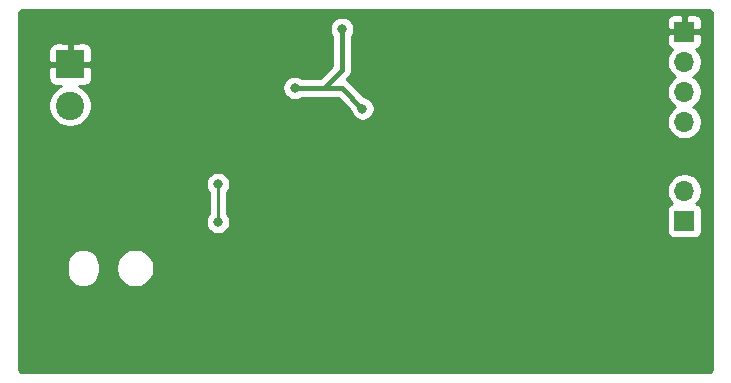
<source format=gbr>
%TF.GenerationSoftware,KiCad,Pcbnew,5.99.0+really5.1.10+dfsg1-1*%
%TF.CreationDate,2022-02-08T15:36:29-05:00*%
%TF.ProjectId,hotwire-lite,686f7477-6972-4652-9d6c-6974652e6b69,rev?*%
%TF.SameCoordinates,Original*%
%TF.FileFunction,Copper,L2,Bot*%
%TF.FilePolarity,Positive*%
%FSLAX46Y46*%
G04 Gerber Fmt 4.6, Leading zero omitted, Abs format (unit mm)*
G04 Created by KiCad (PCBNEW 5.99.0+really5.1.10+dfsg1-1) date 2022-02-08 15:36:29*
%MOMM*%
%LPD*%
G01*
G04 APERTURE LIST*
%TA.AperFunction,ComponentPad*%
%ADD10O,1.700000X1.700000*%
%TD*%
%TA.AperFunction,ComponentPad*%
%ADD11R,1.700000X1.700000*%
%TD*%
%TA.AperFunction,ComponentPad*%
%ADD12R,2.400000X2.400000*%
%TD*%
%TA.AperFunction,ComponentPad*%
%ADD13C,2.400000*%
%TD*%
%TA.AperFunction,ViaPad*%
%ADD14C,0.800000*%
%TD*%
%TA.AperFunction,Conductor*%
%ADD15C,0.400000*%
%TD*%
%TA.AperFunction,Conductor*%
%ADD16C,0.250000*%
%TD*%
%TA.AperFunction,Conductor*%
%ADD17C,0.254000*%
%TD*%
%TA.AperFunction,Conductor*%
%ADD18C,0.100000*%
%TD*%
G04 APERTURE END LIST*
D10*
%TO.P,J3,4*%
%TO.N,/UPDI*%
X122000000Y-68620000D03*
%TO.P,J3,3*%
%TO.N,/rx_button*%
X122000000Y-66080000D03*
%TO.P,J3,2*%
%TO.N,/tx_led*%
X122000000Y-63540000D03*
D11*
%TO.P,J3,1*%
%TO.N,GNDREF*%
X122000000Y-61000000D03*
%TD*%
D10*
%TO.P,J4,2*%
%TO.N,/output_return*%
X122000000Y-74460000D03*
D11*
%TO.P,J4,1*%
%TO.N,/shunt_low*%
X122000000Y-77000000D03*
%TD*%
D12*
%TO.P,J2,1*%
%TO.N,GNDREF*%
X70000000Y-63750000D03*
D13*
%TO.P,J2,2*%
%TO.N,/vin*%
X70000000Y-67250000D03*
%TD*%
D14*
%TO.N,GNDREF*%
X90200000Y-72000000D03*
X95250000Y-72750000D03*
X99750000Y-71000000D03*
X99000000Y-63000000D03*
X112750000Y-88750000D03*
X120750000Y-88750000D03*
X76000000Y-61000000D03*
X81000000Y-63500000D03*
X114500000Y-66000000D03*
X116000000Y-66000000D03*
X114500000Y-67500000D03*
X116000000Y-67500000D03*
X116000000Y-69000000D03*
X77000000Y-83750000D03*
X79500000Y-86500000D03*
X113000000Y-66000000D03*
X113000000Y-67500000D03*
X113000000Y-69000000D03*
X111500000Y-69000000D03*
X110000000Y-69000000D03*
X110000000Y-67500000D03*
X110000000Y-66000000D03*
X111500000Y-66000000D03*
X111500000Y-67500000D03*
X94250000Y-68750000D03*
X90500000Y-69750000D03*
X92750000Y-69750000D03*
X90250000Y-74000000D03*
X95250000Y-74250000D03*
X96750000Y-74250000D03*
X96750000Y-72750000D03*
X89250000Y-70500000D03*
X88750000Y-74250000D03*
X99750000Y-74250000D03*
X98250000Y-67750000D03*
X98250000Y-72750000D03*
X98250000Y-74250000D03*
X99750000Y-72750000D03*
X98250000Y-69250000D03*
X99750000Y-69250000D03*
X114500000Y-69000000D03*
X74750000Y-70750000D03*
X86200000Y-70600000D03*
X87800000Y-69200000D03*
X86000000Y-68600000D03*
X87600000Y-67600000D03*
%TO.N,/vcc*%
X93000000Y-60750000D03*
X89000000Y-65750000D03*
X94750000Y-67500000D03*
%TO.N,/shunt_low*%
X82500000Y-77100000D03*
X82500000Y-73900000D03*
%TD*%
D15*
%TO.N,/vcc*%
X89750000Y-65750000D02*
X91500000Y-65750000D01*
X93000000Y-64250000D02*
X93000000Y-60750000D01*
X91500000Y-65750000D02*
X93000000Y-64250000D01*
X93000000Y-65750000D02*
X94750000Y-67500000D01*
X91500000Y-65750000D02*
X93000000Y-65750000D01*
X89000000Y-65750000D02*
X89750000Y-65750000D01*
D16*
%TO.N,/shunt_low*%
X82500000Y-77100000D02*
X82500000Y-73900000D01*
%TD*%
D17*
%TO.N,GNDREF*%
X124065424Y-59169580D02*
X124128356Y-59188580D01*
X124186405Y-59219445D01*
X124237343Y-59260989D01*
X124279248Y-59311644D01*
X124310515Y-59369471D01*
X124329956Y-59432272D01*
X124340000Y-59527835D01*
X124340001Y-89467711D01*
X124330420Y-89565424D01*
X124311420Y-89628357D01*
X124280554Y-89686406D01*
X124239011Y-89737343D01*
X124188356Y-89779248D01*
X124130529Y-89810515D01*
X124067728Y-89829956D01*
X123972165Y-89840000D01*
X66032279Y-89840000D01*
X65934576Y-89830420D01*
X65871643Y-89811420D01*
X65813594Y-89780554D01*
X65762657Y-89739011D01*
X65720752Y-89688356D01*
X65689485Y-89630529D01*
X65670044Y-89567728D01*
X65660000Y-89472165D01*
X65660000Y-80681964D01*
X69715000Y-80681964D01*
X69715000Y-81318037D01*
X69735040Y-81521507D01*
X69814236Y-81782581D01*
X69942843Y-82023188D01*
X70115920Y-82234081D01*
X70326813Y-82407157D01*
X70567420Y-82535764D01*
X70828494Y-82614960D01*
X71100000Y-82641701D01*
X71371507Y-82614960D01*
X71632581Y-82535764D01*
X71873188Y-82407157D01*
X72084081Y-82234081D01*
X72257157Y-82023188D01*
X72385764Y-81782580D01*
X72464960Y-81521506D01*
X72485000Y-81318036D01*
X72485000Y-80838967D01*
X73865000Y-80838967D01*
X73865000Y-81161033D01*
X73927832Y-81476912D01*
X74051082Y-81774463D01*
X74230013Y-82042252D01*
X74457748Y-82269987D01*
X74725537Y-82448918D01*
X75023088Y-82572168D01*
X75338967Y-82635000D01*
X75661033Y-82635000D01*
X75976912Y-82572168D01*
X76274463Y-82448918D01*
X76542252Y-82269987D01*
X76769987Y-82042252D01*
X76948918Y-81774463D01*
X77072168Y-81476912D01*
X77135000Y-81161033D01*
X77135000Y-80838967D01*
X77072168Y-80523088D01*
X76948918Y-80225537D01*
X76769987Y-79957748D01*
X76542252Y-79730013D01*
X76274463Y-79551082D01*
X75976912Y-79427832D01*
X75661033Y-79365000D01*
X75338967Y-79365000D01*
X75023088Y-79427832D01*
X74725537Y-79551082D01*
X74457748Y-79730013D01*
X74230013Y-79957748D01*
X74051082Y-80225537D01*
X73927832Y-80523088D01*
X73865000Y-80838967D01*
X72485000Y-80838967D01*
X72485000Y-80681963D01*
X72464960Y-80478493D01*
X72385764Y-80217419D01*
X72257157Y-79976812D01*
X72084080Y-79765919D01*
X71873187Y-79592843D01*
X71632580Y-79464236D01*
X71371506Y-79385040D01*
X71100000Y-79358299D01*
X70828493Y-79385040D01*
X70567419Y-79464236D01*
X70326812Y-79592843D01*
X70115919Y-79765920D01*
X69942843Y-79976813D01*
X69814236Y-80217420D01*
X69735040Y-80478494D01*
X69715000Y-80681964D01*
X65660000Y-80681964D01*
X65660000Y-73798061D01*
X81465000Y-73798061D01*
X81465000Y-74001939D01*
X81504774Y-74201898D01*
X81582795Y-74390256D01*
X81696063Y-74559774D01*
X81740001Y-74603712D01*
X81740000Y-76396289D01*
X81696063Y-76440226D01*
X81582795Y-76609744D01*
X81504774Y-76798102D01*
X81465000Y-76998061D01*
X81465000Y-77201939D01*
X81504774Y-77401898D01*
X81582795Y-77590256D01*
X81696063Y-77759774D01*
X81840226Y-77903937D01*
X82009744Y-78017205D01*
X82198102Y-78095226D01*
X82398061Y-78135000D01*
X82601939Y-78135000D01*
X82801898Y-78095226D01*
X82990256Y-78017205D01*
X83159774Y-77903937D01*
X83303937Y-77759774D01*
X83417205Y-77590256D01*
X83495226Y-77401898D01*
X83535000Y-77201939D01*
X83535000Y-76998061D01*
X83495226Y-76798102D01*
X83417205Y-76609744D01*
X83303937Y-76440226D01*
X83260000Y-76396289D01*
X83260000Y-76150000D01*
X120511928Y-76150000D01*
X120511928Y-77850000D01*
X120524188Y-77974482D01*
X120560498Y-78094180D01*
X120619463Y-78204494D01*
X120698815Y-78301185D01*
X120795506Y-78380537D01*
X120905820Y-78439502D01*
X121025518Y-78475812D01*
X121150000Y-78488072D01*
X122850000Y-78488072D01*
X122974482Y-78475812D01*
X123094180Y-78439502D01*
X123204494Y-78380537D01*
X123301185Y-78301185D01*
X123380537Y-78204494D01*
X123439502Y-78094180D01*
X123475812Y-77974482D01*
X123488072Y-77850000D01*
X123488072Y-76150000D01*
X123475812Y-76025518D01*
X123439502Y-75905820D01*
X123380537Y-75795506D01*
X123301185Y-75698815D01*
X123204494Y-75619463D01*
X123094180Y-75560498D01*
X123021620Y-75538487D01*
X123153475Y-75406632D01*
X123315990Y-75163411D01*
X123427932Y-74893158D01*
X123485000Y-74606260D01*
X123485000Y-74313740D01*
X123427932Y-74026842D01*
X123315990Y-73756589D01*
X123153475Y-73513368D01*
X122946632Y-73306525D01*
X122703411Y-73144010D01*
X122433158Y-73032068D01*
X122146260Y-72975000D01*
X121853740Y-72975000D01*
X121566842Y-73032068D01*
X121296589Y-73144010D01*
X121053368Y-73306525D01*
X120846525Y-73513368D01*
X120684010Y-73756589D01*
X120572068Y-74026842D01*
X120515000Y-74313740D01*
X120515000Y-74606260D01*
X120572068Y-74893158D01*
X120684010Y-75163411D01*
X120846525Y-75406632D01*
X120978380Y-75538487D01*
X120905820Y-75560498D01*
X120795506Y-75619463D01*
X120698815Y-75698815D01*
X120619463Y-75795506D01*
X120560498Y-75905820D01*
X120524188Y-76025518D01*
X120511928Y-76150000D01*
X83260000Y-76150000D01*
X83260000Y-74603711D01*
X83303937Y-74559774D01*
X83417205Y-74390256D01*
X83495226Y-74201898D01*
X83535000Y-74001939D01*
X83535000Y-73798061D01*
X83495226Y-73598102D01*
X83417205Y-73409744D01*
X83303937Y-73240226D01*
X83159774Y-73096063D01*
X82990256Y-72982795D01*
X82801898Y-72904774D01*
X82601939Y-72865000D01*
X82398061Y-72865000D01*
X82198102Y-72904774D01*
X82009744Y-72982795D01*
X81840226Y-73096063D01*
X81696063Y-73240226D01*
X81582795Y-73409744D01*
X81504774Y-73598102D01*
X81465000Y-73798061D01*
X65660000Y-73798061D01*
X65660000Y-64950000D01*
X68161928Y-64950000D01*
X68174188Y-65074482D01*
X68210498Y-65194180D01*
X68269463Y-65304494D01*
X68348815Y-65401185D01*
X68445506Y-65480537D01*
X68555820Y-65539502D01*
X68675518Y-65575812D01*
X68800000Y-65588072D01*
X69220574Y-65586659D01*
X69130801Y-65623844D01*
X68830256Y-65824662D01*
X68574662Y-66080256D01*
X68373844Y-66380801D01*
X68235518Y-66714750D01*
X68165000Y-67069268D01*
X68165000Y-67430732D01*
X68235518Y-67785250D01*
X68373844Y-68119199D01*
X68574662Y-68419744D01*
X68830256Y-68675338D01*
X69130801Y-68876156D01*
X69464750Y-69014482D01*
X69819268Y-69085000D01*
X70180732Y-69085000D01*
X70535250Y-69014482D01*
X70869199Y-68876156D01*
X71169744Y-68675338D01*
X71425338Y-68419744D01*
X71626156Y-68119199D01*
X71764482Y-67785250D01*
X71835000Y-67430732D01*
X71835000Y-67069268D01*
X71764482Y-66714750D01*
X71626156Y-66380801D01*
X71425338Y-66080256D01*
X71169744Y-65824662D01*
X70905443Y-65648061D01*
X87965000Y-65648061D01*
X87965000Y-65851939D01*
X88004774Y-66051898D01*
X88082795Y-66240256D01*
X88196063Y-66409774D01*
X88340226Y-66553937D01*
X88509744Y-66667205D01*
X88698102Y-66745226D01*
X88898061Y-66785000D01*
X89101939Y-66785000D01*
X89301898Y-66745226D01*
X89490256Y-66667205D01*
X89613285Y-66585000D01*
X91458982Y-66585000D01*
X91500000Y-66589040D01*
X91541018Y-66585000D01*
X92654133Y-66585000D01*
X93725908Y-67656776D01*
X93754774Y-67801898D01*
X93832795Y-67990256D01*
X93946063Y-68159774D01*
X94090226Y-68303937D01*
X94259744Y-68417205D01*
X94448102Y-68495226D01*
X94648061Y-68535000D01*
X94851939Y-68535000D01*
X95051898Y-68495226D01*
X95240256Y-68417205D01*
X95409774Y-68303937D01*
X95553937Y-68159774D01*
X95667205Y-67990256D01*
X95745226Y-67801898D01*
X95785000Y-67601939D01*
X95785000Y-67398061D01*
X95745226Y-67198102D01*
X95667205Y-67009744D01*
X95553937Y-66840226D01*
X95409774Y-66696063D01*
X95240256Y-66582795D01*
X95051898Y-66504774D01*
X94906776Y-66475908D01*
X93619446Y-65188579D01*
X93593291Y-65156709D01*
X93466146Y-65052364D01*
X93409032Y-65021836D01*
X93561428Y-64869440D01*
X93593291Y-64843291D01*
X93697636Y-64716146D01*
X93775172Y-64571087D01*
X93822918Y-64413689D01*
X93835000Y-64291019D01*
X93835000Y-64291009D01*
X93839039Y-64250001D01*
X93835000Y-64208993D01*
X93835000Y-61850000D01*
X120511928Y-61850000D01*
X120524188Y-61974482D01*
X120560498Y-62094180D01*
X120619463Y-62204494D01*
X120698815Y-62301185D01*
X120795506Y-62380537D01*
X120905820Y-62439502D01*
X120978380Y-62461513D01*
X120846525Y-62593368D01*
X120684010Y-62836589D01*
X120572068Y-63106842D01*
X120515000Y-63393740D01*
X120515000Y-63686260D01*
X120572068Y-63973158D01*
X120684010Y-64243411D01*
X120846525Y-64486632D01*
X121053368Y-64693475D01*
X121227760Y-64810000D01*
X121053368Y-64926525D01*
X120846525Y-65133368D01*
X120684010Y-65376589D01*
X120572068Y-65646842D01*
X120515000Y-65933740D01*
X120515000Y-66226260D01*
X120572068Y-66513158D01*
X120684010Y-66783411D01*
X120846525Y-67026632D01*
X121053368Y-67233475D01*
X121227760Y-67350000D01*
X121053368Y-67466525D01*
X120846525Y-67673368D01*
X120684010Y-67916589D01*
X120572068Y-68186842D01*
X120515000Y-68473740D01*
X120515000Y-68766260D01*
X120572068Y-69053158D01*
X120684010Y-69323411D01*
X120846525Y-69566632D01*
X121053368Y-69773475D01*
X121296589Y-69935990D01*
X121566842Y-70047932D01*
X121853740Y-70105000D01*
X122146260Y-70105000D01*
X122433158Y-70047932D01*
X122703411Y-69935990D01*
X122946632Y-69773475D01*
X123153475Y-69566632D01*
X123315990Y-69323411D01*
X123427932Y-69053158D01*
X123485000Y-68766260D01*
X123485000Y-68473740D01*
X123427932Y-68186842D01*
X123315990Y-67916589D01*
X123153475Y-67673368D01*
X122946632Y-67466525D01*
X122772240Y-67350000D01*
X122946632Y-67233475D01*
X123153475Y-67026632D01*
X123315990Y-66783411D01*
X123427932Y-66513158D01*
X123485000Y-66226260D01*
X123485000Y-65933740D01*
X123427932Y-65646842D01*
X123315990Y-65376589D01*
X123153475Y-65133368D01*
X122946632Y-64926525D01*
X122772240Y-64810000D01*
X122946632Y-64693475D01*
X123153475Y-64486632D01*
X123315990Y-64243411D01*
X123427932Y-63973158D01*
X123485000Y-63686260D01*
X123485000Y-63393740D01*
X123427932Y-63106842D01*
X123315990Y-62836589D01*
X123153475Y-62593368D01*
X123021620Y-62461513D01*
X123094180Y-62439502D01*
X123204494Y-62380537D01*
X123301185Y-62301185D01*
X123380537Y-62204494D01*
X123439502Y-62094180D01*
X123475812Y-61974482D01*
X123488072Y-61850000D01*
X123485000Y-61285750D01*
X123326250Y-61127000D01*
X122127000Y-61127000D01*
X122127000Y-61147000D01*
X121873000Y-61147000D01*
X121873000Y-61127000D01*
X120673750Y-61127000D01*
X120515000Y-61285750D01*
X120511928Y-61850000D01*
X93835000Y-61850000D01*
X93835000Y-61363285D01*
X93917205Y-61240256D01*
X93995226Y-61051898D01*
X94035000Y-60851939D01*
X94035000Y-60648061D01*
X93995226Y-60448102D01*
X93917205Y-60259744D01*
X93843877Y-60150000D01*
X120511928Y-60150000D01*
X120515000Y-60714250D01*
X120673750Y-60873000D01*
X121873000Y-60873000D01*
X121873000Y-59673750D01*
X122127000Y-59673750D01*
X122127000Y-60873000D01*
X123326250Y-60873000D01*
X123485000Y-60714250D01*
X123488072Y-60150000D01*
X123475812Y-60025518D01*
X123439502Y-59905820D01*
X123380537Y-59795506D01*
X123301185Y-59698815D01*
X123204494Y-59619463D01*
X123094180Y-59560498D01*
X122974482Y-59524188D01*
X122850000Y-59511928D01*
X122285750Y-59515000D01*
X122127000Y-59673750D01*
X121873000Y-59673750D01*
X121714250Y-59515000D01*
X121150000Y-59511928D01*
X121025518Y-59524188D01*
X120905820Y-59560498D01*
X120795506Y-59619463D01*
X120698815Y-59698815D01*
X120619463Y-59795506D01*
X120560498Y-59905820D01*
X120524188Y-60025518D01*
X120511928Y-60150000D01*
X93843877Y-60150000D01*
X93803937Y-60090226D01*
X93659774Y-59946063D01*
X93490256Y-59832795D01*
X93301898Y-59754774D01*
X93101939Y-59715000D01*
X92898061Y-59715000D01*
X92698102Y-59754774D01*
X92509744Y-59832795D01*
X92340226Y-59946063D01*
X92196063Y-60090226D01*
X92082795Y-60259744D01*
X92004774Y-60448102D01*
X91965000Y-60648061D01*
X91965000Y-60851939D01*
X92004774Y-61051898D01*
X92082795Y-61240256D01*
X92165001Y-61363286D01*
X92165000Y-63904132D01*
X91154133Y-64915000D01*
X89613285Y-64915000D01*
X89490256Y-64832795D01*
X89301898Y-64754774D01*
X89101939Y-64715000D01*
X88898061Y-64715000D01*
X88698102Y-64754774D01*
X88509744Y-64832795D01*
X88340226Y-64946063D01*
X88196063Y-65090226D01*
X88082795Y-65259744D01*
X88004774Y-65448102D01*
X87965000Y-65648061D01*
X70905443Y-65648061D01*
X70869199Y-65623844D01*
X70779426Y-65586659D01*
X71200000Y-65588072D01*
X71324482Y-65575812D01*
X71444180Y-65539502D01*
X71554494Y-65480537D01*
X71651185Y-65401185D01*
X71730537Y-65304494D01*
X71789502Y-65194180D01*
X71825812Y-65074482D01*
X71838072Y-64950000D01*
X71835000Y-64035750D01*
X71676250Y-63877000D01*
X70127000Y-63877000D01*
X70127000Y-63897000D01*
X69873000Y-63897000D01*
X69873000Y-63877000D01*
X68323750Y-63877000D01*
X68165000Y-64035750D01*
X68161928Y-64950000D01*
X65660000Y-64950000D01*
X65660000Y-62550000D01*
X68161928Y-62550000D01*
X68165000Y-63464250D01*
X68323750Y-63623000D01*
X69873000Y-63623000D01*
X69873000Y-62073750D01*
X70127000Y-62073750D01*
X70127000Y-63623000D01*
X71676250Y-63623000D01*
X71835000Y-63464250D01*
X71838072Y-62550000D01*
X71825812Y-62425518D01*
X71789502Y-62305820D01*
X71730537Y-62195506D01*
X71651185Y-62098815D01*
X71554494Y-62019463D01*
X71444180Y-61960498D01*
X71324482Y-61924188D01*
X71200000Y-61911928D01*
X70285750Y-61915000D01*
X70127000Y-62073750D01*
X69873000Y-62073750D01*
X69714250Y-61915000D01*
X68800000Y-61911928D01*
X68675518Y-61924188D01*
X68555820Y-61960498D01*
X68445506Y-62019463D01*
X68348815Y-62098815D01*
X68269463Y-62195506D01*
X68210498Y-62305820D01*
X68174188Y-62425518D01*
X68161928Y-62550000D01*
X65660000Y-62550000D01*
X65660000Y-59532279D01*
X65669580Y-59434576D01*
X65688580Y-59371644D01*
X65719445Y-59313595D01*
X65760989Y-59262657D01*
X65811644Y-59220752D01*
X65869471Y-59189485D01*
X65932272Y-59170044D01*
X66027835Y-59160000D01*
X123967721Y-59160000D01*
X124065424Y-59169580D01*
%TA.AperFunction,Conductor*%
D18*
G36*
X124065424Y-59169580D02*
G01*
X124128356Y-59188580D01*
X124186405Y-59219445D01*
X124237343Y-59260989D01*
X124279248Y-59311644D01*
X124310515Y-59369471D01*
X124329956Y-59432272D01*
X124340000Y-59527835D01*
X124340001Y-89467711D01*
X124330420Y-89565424D01*
X124311420Y-89628357D01*
X124280554Y-89686406D01*
X124239011Y-89737343D01*
X124188356Y-89779248D01*
X124130529Y-89810515D01*
X124067728Y-89829956D01*
X123972165Y-89840000D01*
X66032279Y-89840000D01*
X65934576Y-89830420D01*
X65871643Y-89811420D01*
X65813594Y-89780554D01*
X65762657Y-89739011D01*
X65720752Y-89688356D01*
X65689485Y-89630529D01*
X65670044Y-89567728D01*
X65660000Y-89472165D01*
X65660000Y-80681964D01*
X69715000Y-80681964D01*
X69715000Y-81318037D01*
X69735040Y-81521507D01*
X69814236Y-81782581D01*
X69942843Y-82023188D01*
X70115920Y-82234081D01*
X70326813Y-82407157D01*
X70567420Y-82535764D01*
X70828494Y-82614960D01*
X71100000Y-82641701D01*
X71371507Y-82614960D01*
X71632581Y-82535764D01*
X71873188Y-82407157D01*
X72084081Y-82234081D01*
X72257157Y-82023188D01*
X72385764Y-81782580D01*
X72464960Y-81521506D01*
X72485000Y-81318036D01*
X72485000Y-80838967D01*
X73865000Y-80838967D01*
X73865000Y-81161033D01*
X73927832Y-81476912D01*
X74051082Y-81774463D01*
X74230013Y-82042252D01*
X74457748Y-82269987D01*
X74725537Y-82448918D01*
X75023088Y-82572168D01*
X75338967Y-82635000D01*
X75661033Y-82635000D01*
X75976912Y-82572168D01*
X76274463Y-82448918D01*
X76542252Y-82269987D01*
X76769987Y-82042252D01*
X76948918Y-81774463D01*
X77072168Y-81476912D01*
X77135000Y-81161033D01*
X77135000Y-80838967D01*
X77072168Y-80523088D01*
X76948918Y-80225537D01*
X76769987Y-79957748D01*
X76542252Y-79730013D01*
X76274463Y-79551082D01*
X75976912Y-79427832D01*
X75661033Y-79365000D01*
X75338967Y-79365000D01*
X75023088Y-79427832D01*
X74725537Y-79551082D01*
X74457748Y-79730013D01*
X74230013Y-79957748D01*
X74051082Y-80225537D01*
X73927832Y-80523088D01*
X73865000Y-80838967D01*
X72485000Y-80838967D01*
X72485000Y-80681963D01*
X72464960Y-80478493D01*
X72385764Y-80217419D01*
X72257157Y-79976812D01*
X72084080Y-79765919D01*
X71873187Y-79592843D01*
X71632580Y-79464236D01*
X71371506Y-79385040D01*
X71100000Y-79358299D01*
X70828493Y-79385040D01*
X70567419Y-79464236D01*
X70326812Y-79592843D01*
X70115919Y-79765920D01*
X69942843Y-79976813D01*
X69814236Y-80217420D01*
X69735040Y-80478494D01*
X69715000Y-80681964D01*
X65660000Y-80681964D01*
X65660000Y-73798061D01*
X81465000Y-73798061D01*
X81465000Y-74001939D01*
X81504774Y-74201898D01*
X81582795Y-74390256D01*
X81696063Y-74559774D01*
X81740001Y-74603712D01*
X81740000Y-76396289D01*
X81696063Y-76440226D01*
X81582795Y-76609744D01*
X81504774Y-76798102D01*
X81465000Y-76998061D01*
X81465000Y-77201939D01*
X81504774Y-77401898D01*
X81582795Y-77590256D01*
X81696063Y-77759774D01*
X81840226Y-77903937D01*
X82009744Y-78017205D01*
X82198102Y-78095226D01*
X82398061Y-78135000D01*
X82601939Y-78135000D01*
X82801898Y-78095226D01*
X82990256Y-78017205D01*
X83159774Y-77903937D01*
X83303937Y-77759774D01*
X83417205Y-77590256D01*
X83495226Y-77401898D01*
X83535000Y-77201939D01*
X83535000Y-76998061D01*
X83495226Y-76798102D01*
X83417205Y-76609744D01*
X83303937Y-76440226D01*
X83260000Y-76396289D01*
X83260000Y-76150000D01*
X120511928Y-76150000D01*
X120511928Y-77850000D01*
X120524188Y-77974482D01*
X120560498Y-78094180D01*
X120619463Y-78204494D01*
X120698815Y-78301185D01*
X120795506Y-78380537D01*
X120905820Y-78439502D01*
X121025518Y-78475812D01*
X121150000Y-78488072D01*
X122850000Y-78488072D01*
X122974482Y-78475812D01*
X123094180Y-78439502D01*
X123204494Y-78380537D01*
X123301185Y-78301185D01*
X123380537Y-78204494D01*
X123439502Y-78094180D01*
X123475812Y-77974482D01*
X123488072Y-77850000D01*
X123488072Y-76150000D01*
X123475812Y-76025518D01*
X123439502Y-75905820D01*
X123380537Y-75795506D01*
X123301185Y-75698815D01*
X123204494Y-75619463D01*
X123094180Y-75560498D01*
X123021620Y-75538487D01*
X123153475Y-75406632D01*
X123315990Y-75163411D01*
X123427932Y-74893158D01*
X123485000Y-74606260D01*
X123485000Y-74313740D01*
X123427932Y-74026842D01*
X123315990Y-73756589D01*
X123153475Y-73513368D01*
X122946632Y-73306525D01*
X122703411Y-73144010D01*
X122433158Y-73032068D01*
X122146260Y-72975000D01*
X121853740Y-72975000D01*
X121566842Y-73032068D01*
X121296589Y-73144010D01*
X121053368Y-73306525D01*
X120846525Y-73513368D01*
X120684010Y-73756589D01*
X120572068Y-74026842D01*
X120515000Y-74313740D01*
X120515000Y-74606260D01*
X120572068Y-74893158D01*
X120684010Y-75163411D01*
X120846525Y-75406632D01*
X120978380Y-75538487D01*
X120905820Y-75560498D01*
X120795506Y-75619463D01*
X120698815Y-75698815D01*
X120619463Y-75795506D01*
X120560498Y-75905820D01*
X120524188Y-76025518D01*
X120511928Y-76150000D01*
X83260000Y-76150000D01*
X83260000Y-74603711D01*
X83303937Y-74559774D01*
X83417205Y-74390256D01*
X83495226Y-74201898D01*
X83535000Y-74001939D01*
X83535000Y-73798061D01*
X83495226Y-73598102D01*
X83417205Y-73409744D01*
X83303937Y-73240226D01*
X83159774Y-73096063D01*
X82990256Y-72982795D01*
X82801898Y-72904774D01*
X82601939Y-72865000D01*
X82398061Y-72865000D01*
X82198102Y-72904774D01*
X82009744Y-72982795D01*
X81840226Y-73096063D01*
X81696063Y-73240226D01*
X81582795Y-73409744D01*
X81504774Y-73598102D01*
X81465000Y-73798061D01*
X65660000Y-73798061D01*
X65660000Y-64950000D01*
X68161928Y-64950000D01*
X68174188Y-65074482D01*
X68210498Y-65194180D01*
X68269463Y-65304494D01*
X68348815Y-65401185D01*
X68445506Y-65480537D01*
X68555820Y-65539502D01*
X68675518Y-65575812D01*
X68800000Y-65588072D01*
X69220574Y-65586659D01*
X69130801Y-65623844D01*
X68830256Y-65824662D01*
X68574662Y-66080256D01*
X68373844Y-66380801D01*
X68235518Y-66714750D01*
X68165000Y-67069268D01*
X68165000Y-67430732D01*
X68235518Y-67785250D01*
X68373844Y-68119199D01*
X68574662Y-68419744D01*
X68830256Y-68675338D01*
X69130801Y-68876156D01*
X69464750Y-69014482D01*
X69819268Y-69085000D01*
X70180732Y-69085000D01*
X70535250Y-69014482D01*
X70869199Y-68876156D01*
X71169744Y-68675338D01*
X71425338Y-68419744D01*
X71626156Y-68119199D01*
X71764482Y-67785250D01*
X71835000Y-67430732D01*
X71835000Y-67069268D01*
X71764482Y-66714750D01*
X71626156Y-66380801D01*
X71425338Y-66080256D01*
X71169744Y-65824662D01*
X70905443Y-65648061D01*
X87965000Y-65648061D01*
X87965000Y-65851939D01*
X88004774Y-66051898D01*
X88082795Y-66240256D01*
X88196063Y-66409774D01*
X88340226Y-66553937D01*
X88509744Y-66667205D01*
X88698102Y-66745226D01*
X88898061Y-66785000D01*
X89101939Y-66785000D01*
X89301898Y-66745226D01*
X89490256Y-66667205D01*
X89613285Y-66585000D01*
X91458982Y-66585000D01*
X91500000Y-66589040D01*
X91541018Y-66585000D01*
X92654133Y-66585000D01*
X93725908Y-67656776D01*
X93754774Y-67801898D01*
X93832795Y-67990256D01*
X93946063Y-68159774D01*
X94090226Y-68303937D01*
X94259744Y-68417205D01*
X94448102Y-68495226D01*
X94648061Y-68535000D01*
X94851939Y-68535000D01*
X95051898Y-68495226D01*
X95240256Y-68417205D01*
X95409774Y-68303937D01*
X95553937Y-68159774D01*
X95667205Y-67990256D01*
X95745226Y-67801898D01*
X95785000Y-67601939D01*
X95785000Y-67398061D01*
X95745226Y-67198102D01*
X95667205Y-67009744D01*
X95553937Y-66840226D01*
X95409774Y-66696063D01*
X95240256Y-66582795D01*
X95051898Y-66504774D01*
X94906776Y-66475908D01*
X93619446Y-65188579D01*
X93593291Y-65156709D01*
X93466146Y-65052364D01*
X93409032Y-65021836D01*
X93561428Y-64869440D01*
X93593291Y-64843291D01*
X93697636Y-64716146D01*
X93775172Y-64571087D01*
X93822918Y-64413689D01*
X93835000Y-64291019D01*
X93835000Y-64291009D01*
X93839039Y-64250001D01*
X93835000Y-64208993D01*
X93835000Y-61850000D01*
X120511928Y-61850000D01*
X120524188Y-61974482D01*
X120560498Y-62094180D01*
X120619463Y-62204494D01*
X120698815Y-62301185D01*
X120795506Y-62380537D01*
X120905820Y-62439502D01*
X120978380Y-62461513D01*
X120846525Y-62593368D01*
X120684010Y-62836589D01*
X120572068Y-63106842D01*
X120515000Y-63393740D01*
X120515000Y-63686260D01*
X120572068Y-63973158D01*
X120684010Y-64243411D01*
X120846525Y-64486632D01*
X121053368Y-64693475D01*
X121227760Y-64810000D01*
X121053368Y-64926525D01*
X120846525Y-65133368D01*
X120684010Y-65376589D01*
X120572068Y-65646842D01*
X120515000Y-65933740D01*
X120515000Y-66226260D01*
X120572068Y-66513158D01*
X120684010Y-66783411D01*
X120846525Y-67026632D01*
X121053368Y-67233475D01*
X121227760Y-67350000D01*
X121053368Y-67466525D01*
X120846525Y-67673368D01*
X120684010Y-67916589D01*
X120572068Y-68186842D01*
X120515000Y-68473740D01*
X120515000Y-68766260D01*
X120572068Y-69053158D01*
X120684010Y-69323411D01*
X120846525Y-69566632D01*
X121053368Y-69773475D01*
X121296589Y-69935990D01*
X121566842Y-70047932D01*
X121853740Y-70105000D01*
X122146260Y-70105000D01*
X122433158Y-70047932D01*
X122703411Y-69935990D01*
X122946632Y-69773475D01*
X123153475Y-69566632D01*
X123315990Y-69323411D01*
X123427932Y-69053158D01*
X123485000Y-68766260D01*
X123485000Y-68473740D01*
X123427932Y-68186842D01*
X123315990Y-67916589D01*
X123153475Y-67673368D01*
X122946632Y-67466525D01*
X122772240Y-67350000D01*
X122946632Y-67233475D01*
X123153475Y-67026632D01*
X123315990Y-66783411D01*
X123427932Y-66513158D01*
X123485000Y-66226260D01*
X123485000Y-65933740D01*
X123427932Y-65646842D01*
X123315990Y-65376589D01*
X123153475Y-65133368D01*
X122946632Y-64926525D01*
X122772240Y-64810000D01*
X122946632Y-64693475D01*
X123153475Y-64486632D01*
X123315990Y-64243411D01*
X123427932Y-63973158D01*
X123485000Y-63686260D01*
X123485000Y-63393740D01*
X123427932Y-63106842D01*
X123315990Y-62836589D01*
X123153475Y-62593368D01*
X123021620Y-62461513D01*
X123094180Y-62439502D01*
X123204494Y-62380537D01*
X123301185Y-62301185D01*
X123380537Y-62204494D01*
X123439502Y-62094180D01*
X123475812Y-61974482D01*
X123488072Y-61850000D01*
X123485000Y-61285750D01*
X123326250Y-61127000D01*
X122127000Y-61127000D01*
X122127000Y-61147000D01*
X121873000Y-61147000D01*
X121873000Y-61127000D01*
X120673750Y-61127000D01*
X120515000Y-61285750D01*
X120511928Y-61850000D01*
X93835000Y-61850000D01*
X93835000Y-61363285D01*
X93917205Y-61240256D01*
X93995226Y-61051898D01*
X94035000Y-60851939D01*
X94035000Y-60648061D01*
X93995226Y-60448102D01*
X93917205Y-60259744D01*
X93843877Y-60150000D01*
X120511928Y-60150000D01*
X120515000Y-60714250D01*
X120673750Y-60873000D01*
X121873000Y-60873000D01*
X121873000Y-59673750D01*
X122127000Y-59673750D01*
X122127000Y-60873000D01*
X123326250Y-60873000D01*
X123485000Y-60714250D01*
X123488072Y-60150000D01*
X123475812Y-60025518D01*
X123439502Y-59905820D01*
X123380537Y-59795506D01*
X123301185Y-59698815D01*
X123204494Y-59619463D01*
X123094180Y-59560498D01*
X122974482Y-59524188D01*
X122850000Y-59511928D01*
X122285750Y-59515000D01*
X122127000Y-59673750D01*
X121873000Y-59673750D01*
X121714250Y-59515000D01*
X121150000Y-59511928D01*
X121025518Y-59524188D01*
X120905820Y-59560498D01*
X120795506Y-59619463D01*
X120698815Y-59698815D01*
X120619463Y-59795506D01*
X120560498Y-59905820D01*
X120524188Y-60025518D01*
X120511928Y-60150000D01*
X93843877Y-60150000D01*
X93803937Y-60090226D01*
X93659774Y-59946063D01*
X93490256Y-59832795D01*
X93301898Y-59754774D01*
X93101939Y-59715000D01*
X92898061Y-59715000D01*
X92698102Y-59754774D01*
X92509744Y-59832795D01*
X92340226Y-59946063D01*
X92196063Y-60090226D01*
X92082795Y-60259744D01*
X92004774Y-60448102D01*
X91965000Y-60648061D01*
X91965000Y-60851939D01*
X92004774Y-61051898D01*
X92082795Y-61240256D01*
X92165001Y-61363286D01*
X92165000Y-63904132D01*
X91154133Y-64915000D01*
X89613285Y-64915000D01*
X89490256Y-64832795D01*
X89301898Y-64754774D01*
X89101939Y-64715000D01*
X88898061Y-64715000D01*
X88698102Y-64754774D01*
X88509744Y-64832795D01*
X88340226Y-64946063D01*
X88196063Y-65090226D01*
X88082795Y-65259744D01*
X88004774Y-65448102D01*
X87965000Y-65648061D01*
X70905443Y-65648061D01*
X70869199Y-65623844D01*
X70779426Y-65586659D01*
X71200000Y-65588072D01*
X71324482Y-65575812D01*
X71444180Y-65539502D01*
X71554494Y-65480537D01*
X71651185Y-65401185D01*
X71730537Y-65304494D01*
X71789502Y-65194180D01*
X71825812Y-65074482D01*
X71838072Y-64950000D01*
X71835000Y-64035750D01*
X71676250Y-63877000D01*
X70127000Y-63877000D01*
X70127000Y-63897000D01*
X69873000Y-63897000D01*
X69873000Y-63877000D01*
X68323750Y-63877000D01*
X68165000Y-64035750D01*
X68161928Y-64950000D01*
X65660000Y-64950000D01*
X65660000Y-62550000D01*
X68161928Y-62550000D01*
X68165000Y-63464250D01*
X68323750Y-63623000D01*
X69873000Y-63623000D01*
X69873000Y-62073750D01*
X70127000Y-62073750D01*
X70127000Y-63623000D01*
X71676250Y-63623000D01*
X71835000Y-63464250D01*
X71838072Y-62550000D01*
X71825812Y-62425518D01*
X71789502Y-62305820D01*
X71730537Y-62195506D01*
X71651185Y-62098815D01*
X71554494Y-62019463D01*
X71444180Y-61960498D01*
X71324482Y-61924188D01*
X71200000Y-61911928D01*
X70285750Y-61915000D01*
X70127000Y-62073750D01*
X69873000Y-62073750D01*
X69714250Y-61915000D01*
X68800000Y-61911928D01*
X68675518Y-61924188D01*
X68555820Y-61960498D01*
X68445506Y-62019463D01*
X68348815Y-62098815D01*
X68269463Y-62195506D01*
X68210498Y-62305820D01*
X68174188Y-62425518D01*
X68161928Y-62550000D01*
X65660000Y-62550000D01*
X65660000Y-59532279D01*
X65669580Y-59434576D01*
X65688580Y-59371644D01*
X65719445Y-59313595D01*
X65760989Y-59262657D01*
X65811644Y-59220752D01*
X65869471Y-59189485D01*
X65932272Y-59170044D01*
X66027835Y-59160000D01*
X123967721Y-59160000D01*
X124065424Y-59169580D01*
G37*
%TD.AperFunction*%
%TD*%
M02*

</source>
